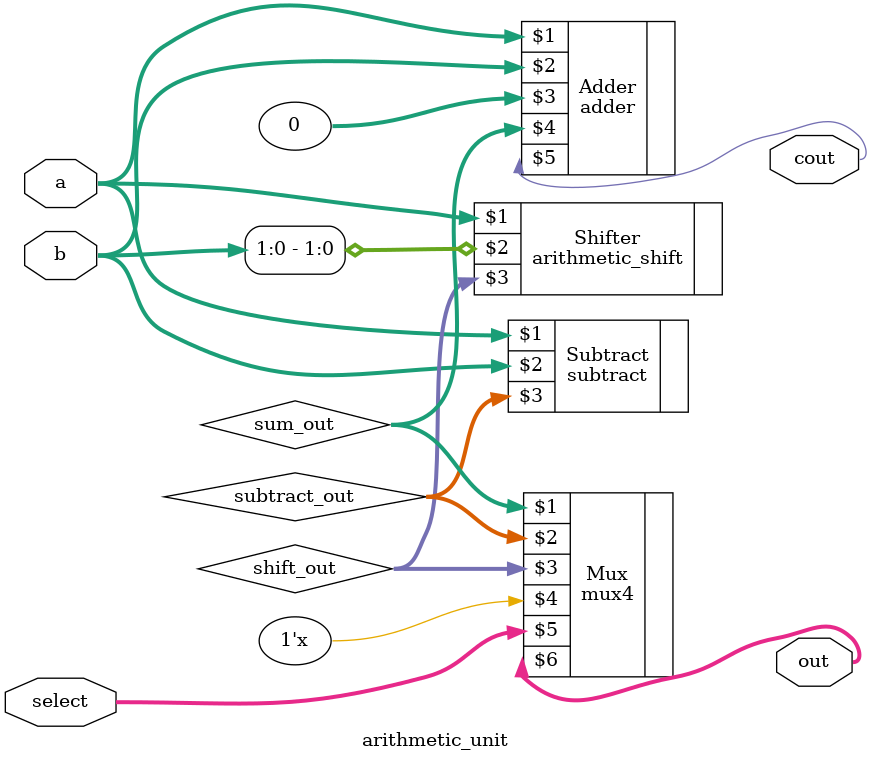
<source format=sv>
module arithmetic_unit #(parameter N=4)
	(input logic [N-1:0] a, b,
	input logic [1:0] select,
	output logic cout,
	output logic [N-1:0] out);

	logic [N-1:0] sum_out, subtract_out, shift_out;
	
	adder #(N) Adder(a, b, 0, sum_out, cout);
	subtract #(N) Subtract(a, b, subtract_out);
	arithmetic_shift #(N) Shifter(a, b[1:0], shift_out);
	mux4 #(N) Mux(sum_out, subtract_out, shift_out, 'z, select, out);
	
endmodule
</source>
